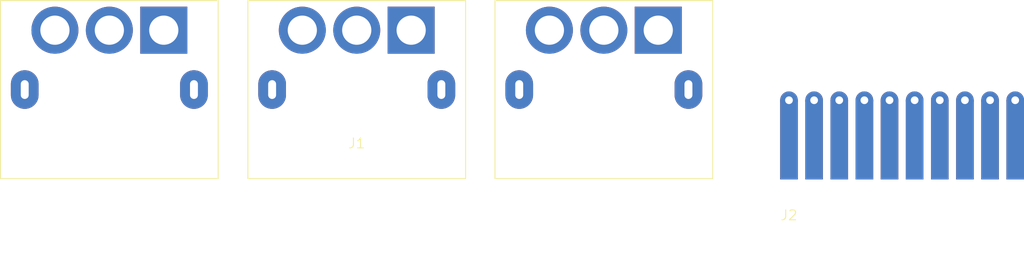
<source format=kicad_pcb>
(kicad_pcb (version 20221018) (generator pcbnew)
  (layers (0 "F.Cu" signal) (31 "B.Cu" signal) (34 "B.Paste" user) (35 "F.Paste" user) (36 "B.SilkS" user "B.Silkscreen") (37 "F.SilkS" user "F.Silkscreen") (38 "B.Mask" user) (39 "F.Mask" user) (44 "Edge.Cuts" user))
  (net 0 "")
  (footprint "2024-backplane:CardEdge_2x10" (layer "F.Cu") (at 152.4 73.66)
    (fp_text reference "J2" (at 0 7.62 unlocked) (layer "F.SilkS") (effects (font (thickness 0.1))))
    (fp_text value "Conn_01x10_Pin")
    (pad "1" thru_hole circle (at 0 -4 180) (size 1.78 1.78) (drill 0.78) (layers "*.Cu" "*.Mask"))
    (pad "1" smd rect (at 0 0 180) (size 1.78 8) (layers "F.Cu" "F.Paste" "F.Mask"))
    (pad "1" smd rect (at 0 0) (size 1.78 8) (layers "B.Cu" "B.Paste" "B.Mask"))
    (pad "2" thru_hole circle (at 2.54 -4 180) (size 1.78 1.78) (drill 0.78) (layers "*.Cu" "*.Mask"))
    (pad "2" smd rect (at 2.54 0 180) (size 1.78 8) (layers "F.Cu" "F.Paste" "F.Mask"))
    (pad "2" smd rect (at 2.54 0) (size 1.78 8) (layers "B.Cu" "B.Paste" "B.Mask"))
    (pad "3" thru_hole circle (at 5.08 -4 180) (size 1.78 1.78) (drill 0.78) (layers "*.Cu" "*.Mask"))
    (pad "3" smd rect (at 5.08 0 180) (size 1.78 8) (layers "F.Cu" "F.Paste" "F.Mask"))
    (pad "3" smd rect (at 5.08 0) (size 1.78 8) (layers "B.Cu" "B.Paste" "B.Mask"))
    (pad "4" thru_hole circle (at 7.62 -4 180) (size 1.78 1.78) (drill 0.78) (layers "*.Cu" "*.Mask"))
    (pad "4" smd rect (at 7.62 0 180) (size 1.78 8) (layers "F.Cu" "F.Paste" "F.Mask"))
    (pad "4" smd rect (at 7.62 0) (size 1.78 8) (layers "B.Cu" "B.Paste" "B.Mask"))
    (pad "5" thru_hole circle (at 10.16 -4 180) (size 1.78 1.78) (drill 0.78) (layers "*.Cu" "*.Mask"))
    (pad "5" smd rect (at 10.16 0 180) (size 1.78 8) (layers "F.Cu" "F.Paste" "F.Mask"))
    (pad "5" smd rect (at 10.16 0) (size 1.78 8) (layers "B.Cu" "B.Paste" "B.Mask"))
    (pad "6" thru_hole circle (at 12.7 -4 180) (size 1.78 1.78) (drill 0.78) (layers "*.Cu" "*.Mask"))
    (pad "6" smd rect (at 12.7 0 180) (size 1.78 8) (layers "F.Cu" "F.Paste" "F.Mask"))
    (pad "6" smd rect (at 12.7 0) (size 1.78 8) (layers "B.Cu" "B.Paste" "B.Mask"))
    (pad "7" thru_hole circle (at 15.24 -4 180) (size 1.78 1.78) (drill 0.78) (layers "*.Cu" "*.Mask"))
    (pad "7" smd rect (at 15.24 0 180) (size 1.78 8) (layers "F.Cu" "F.Paste" "F.Mask"))
    (pad "7" smd rect (at 15.24 0) (size 1.78 8) (layers "B.Cu" "B.Paste" "B.Mask"))
    (pad "8" thru_hole circle (at 17.78 -4 180) (size 1.78 1.78) (drill 0.78) (layers "*.Cu" "*.Mask"))
    (pad "8" smd rect (at 17.78 0 180) (size 1.78 8) (layers "F.Cu" "F.Paste" "F.Mask"))
    (pad "8" smd rect (at 17.78 0) (size 1.78 8) (layers "B.Cu" "B.Paste" "B.Mask"))
    (pad "9" thru_hole circle (at 20.32 -4 180) (size 1.78 1.78) (drill 0.78) (layers "*.Cu" "*.Mask"))
    (pad "9" smd rect (at 20.32 0 180) (size 1.78 8) (layers "F.Cu" "F.Paste" "F.Mask"))
    (pad "9" smd rect (at 20.32 0) (size 1.78 8) (layers "B.Cu" "B.Paste" "B.Mask"))
    (pad "10" thru_hole circle (at 22.86 -4 180) (size 1.78 1.78) (drill 0.78) (layers "*.Cu" "*.Mask"))
    (pad "10" smd rect (at 22.86 0 180) (size 1.78 8) (layers "F.Cu" "F.Paste" "F.Mask"))
    (pad "10" smd rect (at 22.86 0) (size 1.78 8) (layers "B.Cu" "B.Paste" "B.Mask"))
  )
  (footprint "2024-backplane:MR60PW-M_X3" (layer "F.Cu") (at 108.72 62.58)
    (fp_text reference "J1" (at 0 11.43 unlocked) (layer "F.SilkS") (effects (font (thickness 0.1))))
    (fp_text value "~")
    (fp_rect (start -36 -3) (end -14 15) (stroke (width 0.1)) (fill none) (layer "F.SilkS"))
    (fp_rect (start -11 -3) (end 11 15) (stroke (width 0.1)) (fill none) (layer "F.SilkS"))
    (fp_rect (start 13.97 -3) (end 35.97 15) (stroke (width 0.1)) (fill none) (layer "F.SilkS"))
    (pad "" thru_hole oval (at -33.55 6) (size 2.8 3.9) (drill oval 0.8 1.9) (layers "*.Cu" "*.Mask"))
    (pad "" thru_hole oval (at -16.45 6) (size 2.8 3.9) (drill oval 0.8 1.9) (layers "*.Cu" "*.Mask"))
    (pad "" thru_hole oval (at -8.55 6) (size 2.8 3.9) (drill oval 0.8 1.9) (layers "*.Cu" "*.Mask"))
    (pad "" thru_hole oval (at 8.55 6) (size 2.8 3.9) (drill oval 0.8 1.9) (layers "*.Cu" "*.Mask"))
    (pad "" thru_hole oval (at 16.42 6) (size 2.8 3.9) (drill oval 0.8 1.9) (layers "*.Cu" "*.Mask"))
    (pad "" thru_hole oval (at 33.52 6) (size 2.8 3.9) (drill oval 0.8 1.9) (layers "*.Cu" "*.Mask"))
    (pad "1" thru_hole circle (at -30.5 0) (size 4.75 4.75) (drill 2.95) (layers "*.Cu" "*.Mask"))
    (pad "2" thru_hole circle (at -25 0) (size 4.75 4.75) (drill 2.95) (layers "*.Cu" "*.Mask"))
    (pad "3" thru_hole rect (at -19.5 0) (size 4.75 4.75) (drill 2.95) (layers "*.Cu" "*.Mask"))
    (pad "4" thru_hole circle (at -5.5 0) (size 4.75 4.75) (drill 2.95) (layers "*.Cu" "*.Mask"))
    (pad "5" thru_hole circle (at 0 0) (size 4.75 4.75) (drill 2.95) (layers "*.Cu" "*.Mask"))
    (pad "6" thru_hole rect (at 5.5 0) (size 4.75 4.75) (drill 2.95) (layers "*.Cu" "*.Mask"))
    (pad "7" thru_hole circle (at 19.47 0) (size 4.75 4.75) (drill 2.95) (layers "*.Cu" "*.Mask"))
    (pad "8" thru_hole circle (at 24.97 0) (size 4.75 4.75) (drill 2.95) (layers "*.Cu" "*.Mask"))
    (pad "9" thru_hole rect (at 30.47 0) (size 4.75 4.75) (drill 2.95) (layers "*.Cu" "*.Mask"))
  )
)
</source>
